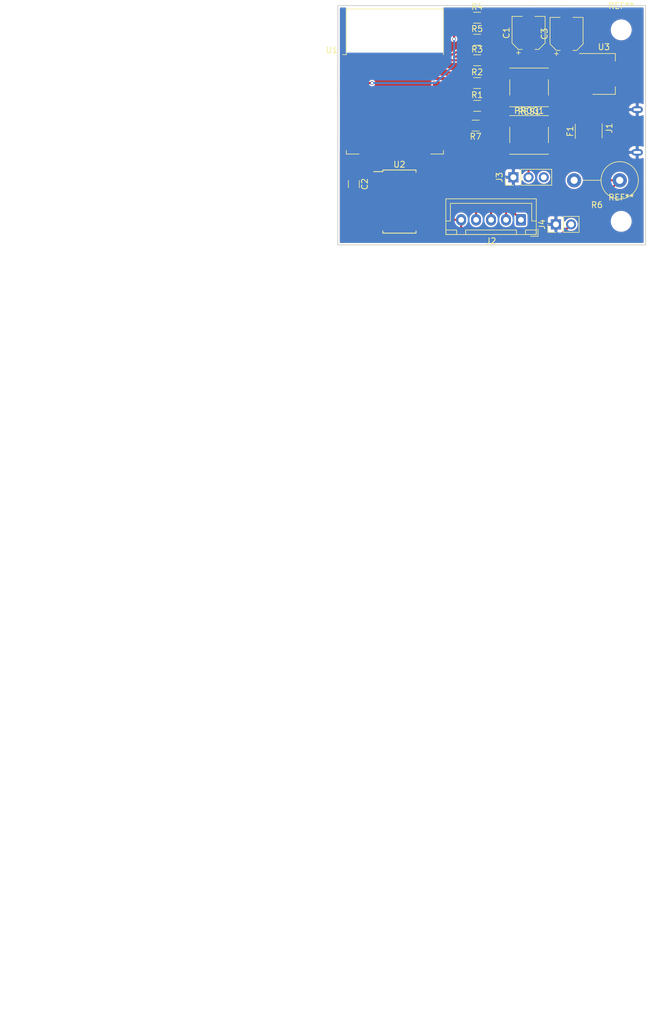
<source format=kicad_pcb>
(kicad_pcb (version 20171130) (host pcbnew "(5.1.2)-1")
  (layers (0 F.Cu signal) (31 B.Cu signal) (34 B.Paste user) (35 F.Paste user) (36 B.SilkS user) (37 F.SilkS user) (38 B.Mask user) (39 F.Mask user) (44 Edge.Cuts user))
  (net 0 "")
  (net 1 +5VD)
  (net 2 GNDD)
  (net 3 "Net-(F1-Pad1)")
  (net 4 +3V3)
  (net 5 "Net-(J2-Pad1)")
  (net 6 "Net-(J2-Pad2)")
  (net 7 "Net-(J2-Pad3)")
  (net 8 "Net-(J2-Pad4)")
  (net 9 "Net-(PROG1-Pad1)")
  (net 10 "Net-(R2-Pad1)")
  (net 11 "Net-(J3-Pad3)")
  (net 12 "Net-(R5-Pad1)")
  (net 13 "Net-(R4-Pad1)")
  (net 14 "Net-(U1-Pad4)")
  (net 15 "Net-(U1-Pad5)")
  (net 16 "Net-(U1-Pad6)")
  (net 17 "Net-(U1-Pad7)")
  (net 18 "Net-(U1-Pad12)")
  (net 19 "Net-(R7-Pad2)")
  (net 20 "Net-(R3-Pad1)")
  (net 21 "Net-(J4-Pad2)")
  (net 22 "Net-(R6-Pad2)")
  (net 23 "Net-(J3-Pad2)")
  (module MountingHole:MountingHole_3mm (layer F.Cu) (at 177.546 128.778)
    (fp_text reference REF** (at 0 -4) (layer F.SilkS))
    (fp_text value MountingHole_3mm)
    (pad 1 np_thru_hole circle (at 0 0) (size 3 3) (drill 3) (layers *.Cu *.Mask))
  )
  (module MountingHole:MountingHole_3mm (layer F.Cu) (at 177.546 96.774)
    (fp_text reference REF** (at 0 -4) (layer F.SilkS))
    (fp_text value MountingHole_3mm)
    (pad 1 np_thru_hole circle (at 0 0) (size 3 3) (drill 3) (layers *.Cu *.Mask))
  )
  (module RF_Module:ESP-12E (layer F.Cu) (at 139.7 105.41)
    (fp_text reference U1 (at -10.56 -5.26) (layer F.SilkS))
    (fp_text value ESP-12E)
    (fp_line (start -8.12 -12.12) (end 8.12 -12.12) (layer F.SilkS) (width 0.12))
    (fp_line (start 8.12 -12.12) (end 8.12 -4.5) (layer F.SilkS) (width 0.12))
    (fp_line (start 8.12 11.5) (end 8.12 12.12) (layer F.SilkS) (width 0.12))
    (fp_line (start 8.12 12.12) (end 6 12.12) (layer F.SilkS) (width 0.12))
    (fp_line (start -6 12.12) (end -8.12 12.12) (layer F.SilkS) (width 0.12))
    (fp_line (start -8.12 12.12) (end -8.12 11.5) (layer F.SilkS) (width 0.12))
    (fp_line (start -8.12 -4.5) (end -8.12 -12.12) (layer F.SilkS) (width 0.12))
    (fp_line (start -8.12 -4.5) (end -8.73 -4.5) (layer F.SilkS) (width 0.12))
    (pad 1 smd rect (at -7.6 -3.5) (size 2.5 1) (layers F.Cu F.Paste F.Mask) (net 12 "Net-(R5-Pad1)"))
    (pad 2 smd rect (at -7.6 -1.5) (size 2.5 1) (layers F.Cu F.Paste F.Mask))
    (pad 3 smd rect (at -7.6 0.5) (size 2.5 1) (layers F.Cu F.Paste F.Mask) (net 13 "Net-(R4-Pad1)"))
    (pad 4 smd rect (at -7.6 2.5) (size 2.5 1) (layers F.Cu F.Paste F.Mask) (net 14 "Net-(U1-Pad4)"))
    (pad 5 smd rect (at -7.6 4.5) (size 2.5 1) (layers F.Cu F.Paste F.Mask) (net 15 "Net-(U1-Pad5)"))
    (pad 6 smd rect (at -7.6 6.5) (size 2.5 1) (layers F.Cu F.Paste F.Mask) (net 16 "Net-(U1-Pad6)"))
    (pad 7 smd rect (at -7.6 8.5) (size 2.5 1) (layers F.Cu F.Paste F.Mask) (net 17 "Net-(U1-Pad7)"))
    (pad 8 smd rect (at -7.6 10.5) (size 2.5 1) (layers F.Cu F.Paste F.Mask) (net 4 +3V3))
    (pad 9 smd rect (at -5 12) (size 1 1.8) (layers F.Cu F.Paste F.Mask))
    (pad 10 smd rect (at -3 12) (size 1 1.8) (layers F.Cu F.Paste F.Mask))
    (pad 11 smd rect (at -1 12) (size 1 1.8) (layers F.Cu F.Paste F.Mask))
    (pad 12 smd rect (at 1 12) (size 1 1.8) (layers F.Cu F.Paste F.Mask) (net 18 "Net-(U1-Pad12)"))
    (pad 13 smd rect (at 3 12) (size 1 1.8) (layers F.Cu F.Paste F.Mask))
    (pad 14 smd rect (at 5 12) (size 1 1.8) (layers F.Cu F.Paste F.Mask))
    (pad 15 smd rect (at 7.6 10.5) (size 2.5 1) (layers F.Cu F.Paste F.Mask) (net 2 GNDD))
    (pad 16 smd rect (at 7.6 8.5) (size 2.5 1) (layers F.Cu F.Paste F.Mask) (net 19 "Net-(R7-Pad2)"))
    (pad 17 smd rect (at 7.6 6.5) (size 2.5 1) (layers F.Cu F.Paste F.Mask))
    (pad 18 smd rect (at 7.6 4.5) (size 2.5 1) (layers F.Cu F.Paste F.Mask) (net 9 "Net-(PROG1-Pad1)"))
    (pad 19 smd rect (at 7.6 2.5) (size 2.5 1) (layers F.Cu F.Paste F.Mask))
    (pad 20 smd rect (at 7.6 0.5) (size 2.5 1) (layers F.Cu F.Paste F.Mask))
    (pad 21 smd rect (at 7.6 -1.5) (size 2.5 1) (layers F.Cu F.Paste F.Mask) (net 10 "Net-(R2-Pad1)"))
    (pad 22 smd rect (at 7.6 -3.5) (size 2.5 1) (layers F.Cu F.Paste F.Mask) (net 20 "Net-(R3-Pad1)"))
  )
  (module Package_SO:SOIC-16W_5.3x10.2mm_P1.27mm (layer F.Cu) (at 140.462 125.476)
    (fp_text reference U2 (at 0 -6.2) (layer F.SilkS))
    (fp_text value ULN2003)
    (fp_line (start -2.775 -5.275) (end -2.775 -5) (layer F.SilkS) (width 0.15))
    (fp_line (start 2.775 -5.275) (end 2.775 -4.92) (layer F.SilkS) (width 0.15))
    (fp_line (start 2.775 5.275) (end 2.775 4.92) (layer F.SilkS) (width 0.15))
    (fp_line (start -2.775 5.275) (end -2.775 4.92) (layer F.SilkS) (width 0.15))
    (fp_line (start -2.775 -5.275) (end 2.775 -5.275) (layer F.SilkS) (width 0.15))
    (fp_line (start -2.775 5.275) (end 2.775 5.275) (layer F.SilkS) (width 0.15))
    (fp_line (start -2.775 -5) (end -4.3 -5) (layer F.SilkS) (width 0.15))
    (pad 1 smd rect (at -3.55 -4.445) (size 1.5 0.6) (layers F.Cu F.Paste F.Mask) (net 16 "Net-(U1-Pad6)"))
    (pad 2 smd rect (at -3.55 -3.175) (size 1.5 0.6) (layers F.Cu F.Paste F.Mask) (net 17 "Net-(U1-Pad7)"))
    (pad 3 smd rect (at -3.55 -1.905) (size 1.5 0.6) (layers F.Cu F.Paste F.Mask) (net 15 "Net-(U1-Pad5)"))
    (pad 4 smd rect (at -3.55 -0.635) (size 1.5 0.6) (layers F.Cu F.Paste F.Mask) (net 19 "Net-(R7-Pad2)"))
    (pad 5 smd rect (at -3.55 0.635) (size 1.5 0.6) (layers F.Cu F.Paste F.Mask) (net 14 "Net-(U1-Pad4)"))
    (pad 6 smd rect (at -3.55 1.905) (size 1.5 0.6) (layers F.Cu F.Paste F.Mask) (net 18 "Net-(U1-Pad12)"))
    (pad 7 smd rect (at -3.55 3.175) (size 1.5 0.6) (layers F.Cu F.Paste F.Mask))
    (pad 8 smd rect (at -3.55 4.445) (size 1.5 0.6) (layers F.Cu F.Paste F.Mask) (net 2 GNDD))
    (pad 9 smd rect (at 3.55 4.445) (size 1.5 0.6) (layers F.Cu F.Paste F.Mask) (net 1 +5VD))
    (pad 10 smd rect (at 3.55 3.175) (size 1.5 0.6) (layers F.Cu F.Paste F.Mask))
    (pad 11 smd rect (at 3.55 1.905) (size 1.5 0.6) (layers F.Cu F.Paste F.Mask) (net 21 "Net-(J4-Pad2)"))
    (pad 12 smd rect (at 3.55 0.635) (size 1.5 0.6) (layers F.Cu F.Paste F.Mask) (net 22 "Net-(R6-Pad2)"))
    (pad 13 smd rect (at 3.55 -0.635) (size 1.5 0.6) (layers F.Cu F.Paste F.Mask) (net 8 "Net-(J2-Pad4)"))
    (pad 14 smd rect (at 3.55 -1.905) (size 1.5 0.6) (layers F.Cu F.Paste F.Mask) (net 7 "Net-(J2-Pad3)"))
    (pad 15 smd rect (at 3.55 -3.175) (size 1.5 0.6) (layers F.Cu F.Paste F.Mask) (net 6 "Net-(J2-Pad2)"))
    (pad 16 smd rect (at 3.55 -4.445) (size 1.5 0.6) (layers F.Cu F.Paste F.Mask) (net 5 "Net-(J2-Pad1)"))
  )
  (module Connector_JST:JST_XH_B5B-XH-A_1x05_P2.50mm_Vertical (layer F.Cu) (at 160.782 128.524 180)
    (fp_text reference J2 (at 5 -3.55) (layer F.SilkS))
    (fp_text value "XH JST 800921")
    (fp_line (start -2.56 -2.46) (end -2.56 3.51) (layer F.SilkS) (width 0.12))
    (fp_line (start -2.56 3.51) (end 12.56 3.51) (layer F.SilkS) (width 0.12))
    (fp_line (start 12.56 3.51) (end 12.56 -2.46) (layer F.SilkS) (width 0.12))
    (fp_line (start 12.56 -2.46) (end -2.56 -2.46) (layer F.SilkS) (width 0.12))
    (fp_line (start 0.75 -2.45) (end 0.75 -1.7) (layer F.SilkS) (width 0.12))
    (fp_line (start 0.75 -1.7) (end 9.25 -1.7) (layer F.SilkS) (width 0.12))
    (fp_line (start 9.25 -1.7) (end 9.25 -2.45) (layer F.SilkS) (width 0.12))
    (fp_line (start 9.25 -2.45) (end 0.75 -2.45) (layer F.SilkS) (width 0.12))
    (fp_line (start -2.55 -2.45) (end -2.55 -1.7) (layer F.SilkS) (width 0.12))
    (fp_line (start -2.55 -1.7) (end -0.75 -1.7) (layer F.SilkS) (width 0.12))
    (fp_line (start -0.75 -1.7) (end -0.75 -2.45) (layer F.SilkS) (width 0.12))
    (fp_line (start -0.75 -2.45) (end -2.55 -2.45) (layer F.SilkS) (width 0.12))
    (fp_line (start 10.75 -2.45) (end 10.75 -1.7) (layer F.SilkS) (width 0.12))
    (fp_line (start 10.75 -1.7) (end 12.55 -1.7) (layer F.SilkS) (width 0.12))
    (fp_line (start 12.55 -1.7) (end 12.55 -2.45) (layer F.SilkS) (width 0.12))
    (fp_line (start 12.55 -2.45) (end 10.75 -2.45) (layer F.SilkS) (width 0.12))
    (fp_line (start -2.55 -0.2) (end -1.8 -0.2) (layer F.SilkS) (width 0.12))
    (fp_line (start -1.8 -0.2) (end -1.8 2.75) (layer F.SilkS) (width 0.12))
    (fp_line (start -1.8 2.75) (end 5 2.75) (layer F.SilkS) (width 0.12))
    (fp_line (start 12.55 -0.2) (end 11.8 -0.2) (layer F.SilkS) (width 0.12))
    (fp_line (start 11.8 -0.2) (end 11.8 2.75) (layer F.SilkS) (width 0.12))
    (fp_line (start 11.8 2.75) (end 5 2.75) (layer F.SilkS) (width 0.12))
    (fp_line (start -1.6 -2.75) (end -2.85 -2.75) (layer F.SilkS) (width 0.12))
    (fp_line (start -2.85 -2.75) (end -2.85 -1.5) (layer F.SilkS) (width 0.12))
    (pad 1 thru_hole roundrect (at 0 0 180) (size 1.7 1.95) (drill 0.95) (layers *.Cu *.Mask) (roundrect_rratio 0.147059) (net 5 "Net-(J2-Pad1)"))
    (pad 2 thru_hole oval (at 2.5 0 180) (size 1.7 1.95) (drill 0.95) (layers *.Cu *.Mask) (net 6 "Net-(J2-Pad2)"))
    (pad 3 thru_hole oval (at 5 0 180) (size 1.7 1.95) (drill 0.95) (layers *.Cu *.Mask) (net 7 "Net-(J2-Pad3)"))
    (pad 4 thru_hole oval (at 7.5 0 180) (size 1.7 1.95) (drill 0.95) (layers *.Cu *.Mask) (net 8 "Net-(J2-Pad4)"))
    (pad 5 thru_hole oval (at 10 0 180) (size 1.7 1.95) (drill 0.95) (layers *.Cu *.Mask) (net 1 +5VD))
  )
  (module lasse:Fuse_SMS-5.2x4.2mm (layer F.Cu) (at 172.085 113.705 90)
    (fp_text reference F1 (at -0.03 -3.08 270) (layer F.SilkS))
    (fp_text value Polyfuse)
    (fp_line (start -1.14 2.26) (end 1.26 2.26) (layer F.SilkS) (width 0.12))
    (fp_line (start -1.22 -2.22) (end 1.18 -2.22) (layer F.SilkS) (width 0.12))
    (pad 2 smd rect (at 2.5 0 90) (size 2.2 4.2) (layers F.Cu F.Paste F.Mask) (net 1 +5VD))
    (pad 1 smd rect (at -2.5 0 90) (size 2.2 4.2) (layers F.Cu F.Paste F.Mask) (net 3 "Net-(F1-Pad1)"))
  )
  (module lasse:USB_Micro-USB3135-30-A (layer F.Cu) (at 178.816 113.665 90)
    (fp_text reference J1 (at 0.46 -3.28 90) (layer F.SilkS))
    (fp_text value USB_OTG)
    (pad 6 thru_hole oval (at -3.58 1.4 90) (size 1.1 1.9) (drill oval 0.45 1.25) (layers *.Cu *.Mask) (net 2 GNDD))
    (pad 6 smd rect (at 0.95 1.4 90) (size 1.4 1.9) (layers F.Cu F.Paste F.Mask) (net 2 GNDD))
    (pad 6 thru_hole oval (at 3.56 1.4 90) (size 1.1 1.9) (drill oval 0.45 1.25) (layers *.Cu *.Mask) (net 2 GNDD))
    (pad 1 smd rect (at 1.29 -1.27 90) (size 0.45 1.38) (layers F.Cu F.Paste F.Mask) (net 3 "Net-(F1-Pad1)"))
    (pad 2 smd rect (at 0.64 -1.27 90) (size 0.45 1.38) (layers F.Cu F.Paste F.Mask))
    (pad 3 smd rect (at -0.01 -1.27 90) (size 0.45 1.38) (layers F.Cu F.Paste F.Mask))
    (pad 4 smd rect (at -0.66 -1.27 90) (size 0.45 1.38) (layers F.Cu F.Paste F.Mask))
    (pad 5 smd rect (at -1.32 -1.27 90) (size 0.45 1.38) (layers F.Cu F.Paste F.Mask) (net 2 GNDD))
    (pad 6 smd rect (at -0.96 1.4 90) (size 1.4 1.9) (layers F.Cu F.Paste F.Mask) (net 2 GNDD))
  )
  (module Connector_PinHeader_2.54mm:PinHeader_1x03_P2.54mm_Vertical (layer F.Cu) (at 159.512 121.412 90)
    (fp_text reference J3 (at 0 -2.33 90) (layer F.SilkS))
    (fp_text value Conn_01x03)
    (fp_line (start -1.33 6.41) (end 1.33 6.41) (layer F.SilkS) (width 0.12))
    (fp_line (start -1.33 1.27) (end -1.33 6.41) (layer F.SilkS) (width 0.12))
    (fp_line (start 1.33 1.27) (end 1.33 6.41) (layer F.SilkS) (width 0.12))
    (fp_line (start -1.33 1.27) (end 1.33 1.27) (layer F.SilkS) (width 0.12))
    (fp_line (start -1.33 0) (end -1.33 -1.33) (layer F.SilkS) (width 0.12))
    (fp_line (start -1.33 -1.33) (end 0 -1.33) (layer F.SilkS) (width 0.12))
    (pad 1 thru_hole rect (at 0 0 90) (size 1.7 1.7) (drill 1) (layers *.Cu *.Mask) (net 2 GNDD))
    (pad 2 thru_hole oval (at 0 2.54 90) (size 1.7 1.7) (drill 1) (layers *.Cu *.Mask) (net 23 "Net-(J3-Pad2)"))
    (pad 3 thru_hole oval (at 0 5.08 90) (size 1.7 1.7) (drill 1) (layers *.Cu *.Mask) (net 11 "Net-(J3-Pad3)"))
  )
  (module Connector_PinHeader_2.54mm:PinHeader_1x02_P2.54mm_Vertical (layer F.Cu) (at 166.624 129.286 90)
    (fp_text reference J4 (at 0 -2.33 90) (layer F.SilkS))
    (fp_text value Conn_01x02_Male)
    (fp_line (start -1.33 3.87) (end 1.33 3.87) (layer F.SilkS) (width 0.12))
    (fp_line (start -1.33 1.27) (end -1.33 3.87) (layer F.SilkS) (width 0.12))
    (fp_line (start 1.33 1.27) (end 1.33 3.87) (layer F.SilkS) (width 0.12))
    (fp_line (start -1.33 1.27) (end 1.33 1.27) (layer F.SilkS) (width 0.12))
    (fp_line (start -1.33 0) (end -1.33 -1.33) (layer F.SilkS) (width 0.12))
    (fp_line (start -1.33 -1.33) (end 0 -1.33) (layer F.SilkS) (width 0.12))
    (pad 1 thru_hole rect (at 0 0 90) (size 1.7 1.7) (drill 1) (layers *.Cu *.Mask) (net 2 GNDD))
    (pad 2 thru_hole oval (at 0 2.54 90) (size 1.7 1.7) (drill 1) (layers *.Cu *.Mask) (net 21 "Net-(J4-Pad2)"))
  )
  (module Resistor_SMD:R_1206_3216Metric_Pad1.42x1.75mm_HandSolder (layer F.Cu) (at 153.4525 109.474)
    (fp_text reference R1 (at 0 -1.82) (layer F.SilkS))
    (fp_text value 4K7)
    (fp_line (start -0.602064 -0.91) (end 0.602064 -0.91) (layer F.SilkS) (width 0.12))
    (fp_line (start -0.602064 0.91) (end 0.602064 0.91) (layer F.SilkS) (width 0.12))
    (pad 1 smd roundrect (at -1.4875 0) (size 1.425 1.75) (layers F.Cu F.Paste F.Mask) (roundrect_rratio 0.175439) (net 9 "Net-(PROG1-Pad1)"))
    (pad 2 smd roundrect (at 1.4875 0) (size 1.425 1.75) (layers F.Cu F.Paste F.Mask) (roundrect_rratio 0.175439) (net 4 +3V3))
  )
  (module Resistor_SMD:R_1206_3216Metric_Pad1.42x1.75mm_HandSolder (layer F.Cu) (at 153.4525 105.664)
    (fp_text reference R2 (at 0 -1.82) (layer F.SilkS))
    (fp_text value 680)
    (fp_line (start -0.602064 0.91) (end 0.602064 0.91) (layer F.SilkS) (width 0.12))
    (fp_line (start -0.602064 -0.91) (end 0.602064 -0.91) (layer F.SilkS) (width 0.12))
    (pad 2 smd roundrect (at 1.4875 0) (size 1.425 1.75) (layers F.Cu F.Paste F.Mask) (roundrect_rratio 0.175439) (net 11 "Net-(J3-Pad3)"))
    (pad 1 smd roundrect (at -1.4875 0) (size 1.425 1.75) (layers F.Cu F.Paste F.Mask) (roundrect_rratio 0.175439) (net 10 "Net-(R2-Pad1)"))
  )
  (module Resistor_SMD:R_1206_3216Metric_Pad1.42x1.75mm_HandSolder (layer F.Cu) (at 153.4525 101.854)
    (fp_text reference R3 (at 0 -1.82) (layer F.SilkS))
    (fp_text value 680)
    (fp_line (start -0.602064 -0.91) (end 0.602064 -0.91) (layer F.SilkS) (width 0.12))
    (fp_line (start -0.602064 0.91) (end 0.602064 0.91) (layer F.SilkS) (width 0.12))
    (pad 1 smd roundrect (at -1.4875 0) (size 1.425 1.75) (layers F.Cu F.Paste F.Mask) (roundrect_rratio 0.175439) (net 20 "Net-(R3-Pad1)"))
    (pad 2 smd roundrect (at 1.4875 0) (size 1.425 1.75) (layers F.Cu F.Paste F.Mask) (roundrect_rratio 0.175439) (net 23 "Net-(J3-Pad2)"))
  )
  (module Resistor_SMD:R_1206_3216Metric_Pad1.42x1.75mm_HandSolder (layer F.Cu) (at 153.4525 94.742)
    (fp_text reference R4 (at 0 -1.82) (layer F.SilkS))
    (fp_text value 4K7)
    (fp_line (start -0.602064 0.91) (end 0.602064 0.91) (layer F.SilkS) (width 0.12))
    (fp_line (start -0.602064 -0.91) (end 0.602064 -0.91) (layer F.SilkS) (width 0.12))
    (pad 2 smd roundrect (at 1.4875 0) (size 1.425 1.75) (layers F.Cu F.Paste F.Mask) (roundrect_rratio 0.175439) (net 4 +3V3))
    (pad 1 smd roundrect (at -1.4875 0) (size 1.425 1.75) (layers F.Cu F.Paste F.Mask) (roundrect_rratio 0.175439) (net 13 "Net-(R4-Pad1)"))
  )
  (module Resistor_SMD:R_1206_3216Metric_Pad1.42x1.75mm_HandSolder (layer F.Cu) (at 153.4525 98.425)
    (fp_text reference R5 (at 0 -1.82) (layer F.SilkS))
    (fp_text value 4K7)
    (fp_line (start -0.602064 -0.91) (end 0.602064 -0.91) (layer F.SilkS) (width 0.12))
    (fp_line (start -0.602064 0.91) (end 0.602064 0.91) (layer F.SilkS) (width 0.12))
    (pad 1 smd roundrect (at -1.4875 0) (size 1.425 1.75) (layers F.Cu F.Paste F.Mask) (roundrect_rratio 0.175439) (net 12 "Net-(R5-Pad1)"))
    (pad 2 smd roundrect (at 1.4875 0) (size 1.425 1.75) (layers F.Cu F.Paste F.Mask) (roundrect_rratio 0.175439) (net 4 +3V3))
  )
  (module Resistor_SMD:R_1206_3216Metric_Pad1.42x1.75mm_HandSolder (layer F.Cu) (at 153.1985 112.776 180)
    (fp_text reference R7 (at 0 -1.82) (layer F.SilkS))
    (fp_text value 4K7)
    (fp_line (start -0.602064 0.91) (end 0.602064 0.91) (layer F.SilkS) (width 0.12))
    (fp_line (start -0.602064 -0.91) (end 0.602064 -0.91) (layer F.SilkS) (width 0.12))
    (pad 2 smd roundrect (at 1.4875 0 180) (size 1.425 1.75) (layers F.Cu F.Paste F.Mask) (roundrect_rratio 0.175439) (net 19 "Net-(R7-Pad2)"))
    (pad 1 smd roundrect (at -1.4875 0 180) (size 1.425 1.75) (layers F.Cu F.Paste F.Mask) (roundrect_rratio 0.175439) (net 2 GNDD))
  )
  (module Capacitor_SMD:C_1206_3216Metric (layer F.Cu) (at 132.842 122.552 270)
    (fp_text reference C2 (at 0 -1.82 90) (layer F.SilkS))
    (fp_text value 100n)
    (fp_line (start -0.602064 -0.91) (end 0.602064 -0.91) (layer F.SilkS) (width 0.12))
    (fp_line (start -0.602064 0.91) (end 0.602064 0.91) (layer F.SilkS) (width 0.12))
    (pad 1 smd roundrect (at -1.4 0 270) (size 1.25 1.75) (layers F.Cu F.Paste F.Mask) (roundrect_rratio 0.2) (net 4 +3V3))
    (pad 2 smd roundrect (at 1.4 0 270) (size 1.25 1.75) (layers F.Cu F.Paste F.Mask) (roundrect_rratio 0.2) (net 2 GNDD))
  )
  (module Package_TO_SOT_SMD:SOT-223-3_TabPin2 (layer F.Cu) (at 174.65 104.14)
    (fp_text reference U3 (at 0 -4.5) (layer F.SilkS))
    (fp_text value LM1117-3.3)
    (fp_line (start 1.91 3.41) (end 1.91 2.15) (layer F.SilkS) (width 0.12))
    (fp_line (start 1.91 -3.41) (end 1.91 -2.15) (layer F.SilkS) (width 0.12))
    (fp_line (start -1.85 3.41) (end 1.91 3.41) (layer F.SilkS) (width 0.12))
    (fp_line (start -4.1 -3.41) (end 1.91 -3.41) (layer F.SilkS) (width 0.12))
    (pad 2 smd rect (at 3.15 0) (size 2 3.8) (layers F.Cu F.Paste F.Mask) (net 4 +3V3))
    (pad 2 smd rect (at -3.15 0) (size 2 1.5) (layers F.Cu F.Paste F.Mask) (net 4 +3V3))
    (pad 3 smd rect (at -3.15 2.3) (size 2 1.5) (layers F.Cu F.Paste F.Mask) (net 1 +5VD))
    (pad 1 smd rect (at -3.15 -2.3) (size 2 1.5) (layers F.Cu F.Paste F.Mask) (net 2 GNDD))
  )
  (module Capacitor_SMD:CP_Elec_5x3.9 (layer F.Cu) (at 162.052 97.282 90)
    (fp_text reference C1 (at 0 -3.7 90) (layer F.SilkS))
    (fp_text value 100u)
    (fp_line (start -3.3125 -1.9975) (end -3.3125 -1.3725) (layer F.SilkS) (width 0.12))
    (fp_line (start -3.625 -1.685) (end -3 -1.685) (layer F.SilkS) (width 0.12))
    (fp_line (start -2.76 1.695563) (end -1.695563 2.76) (layer F.SilkS) (width 0.12))
    (fp_line (start -2.76 -1.695563) (end -1.695563 -2.76) (layer F.SilkS) (width 0.12))
    (fp_line (start -2.76 -1.695563) (end -2.76 -1.06) (layer F.SilkS) (width 0.12))
    (fp_line (start -2.76 1.695563) (end -2.76 1.06) (layer F.SilkS) (width 0.12))
    (fp_line (start -1.695563 2.76) (end 2.76 2.76) (layer F.SilkS) (width 0.12))
    (fp_line (start -1.695563 -2.76) (end 2.76 -2.76) (layer F.SilkS) (width 0.12))
    (fp_line (start 2.76 -2.76) (end 2.76 -1.06) (layer F.SilkS) (width 0.12))
    (fp_line (start 2.76 2.76) (end 2.76 1.06) (layer F.SilkS) (width 0.12))
    (pad 2 smd roundrect (at 2.2 0 90) (size 3 1.6) (layers F.Cu F.Paste F.Mask) (roundrect_rratio 0.15625) (net 2 GNDD))
    (pad 1 smd roundrect (at -2.2 0 90) (size 3 1.6) (layers F.Cu F.Paste F.Mask) (roundrect_rratio 0.15625) (net 1 +5VD))
  )
  (module Capacitor_SMD:CP_Elec_5x3.9 (layer F.Cu) (at 168.402 97.45 90)
    (fp_text reference C3 (at 0 -3.7 90) (layer F.SilkS))
    (fp_text value 100u)
    (fp_line (start 2.76 2.76) (end 2.76 1.06) (layer F.SilkS) (width 0.12))
    (fp_line (start 2.76 -2.76) (end 2.76 -1.06) (layer F.SilkS) (width 0.12))
    (fp_line (start -1.695563 -2.76) (end 2.76 -2.76) (layer F.SilkS) (width 0.12))
    (fp_line (start -1.695563 2.76) (end 2.76 2.76) (layer F.SilkS) (width 0.12))
    (fp_line (start -2.76 1.695563) (end -2.76 1.06) (layer F.SilkS) (width 0.12))
    (fp_line (start -2.76 -1.695563) (end -2.76 -1.06) (layer F.SilkS) (width 0.12))
    (fp_line (start -2.76 -1.695563) (end -1.695563 -2.76) (layer F.SilkS) (width 0.12))
    (fp_line (start -2.76 1.695563) (end -1.695563 2.76) (layer F.SilkS) (width 0.12))
    (fp_line (start -3.625 -1.685) (end -3 -1.685) (layer F.SilkS) (width 0.12))
    (fp_line (start -3.3125 -1.9975) (end -3.3125 -1.3725) (layer F.SilkS) (width 0.12))
    (pad 1 smd roundrect (at -2.2 0 90) (size 3 1.6) (layers F.Cu F.Paste F.Mask) (roundrect_rratio 0.15625) (net 4 +3V3))
    (pad 2 smd roundrect (at 2.2 0 90) (size 3 1.6) (layers F.Cu F.Paste F.Mask) (roundrect_rratio 0.15625) (net 2 GNDD))
  )
  (module Button_Switch_SMD:SW_Push_1P1T_NO_6x6mm_H9.5mm (layer F.Cu) (at 162.141 114.336)
    (fp_text reference PROG1 (at 0 -4.05) (layer F.SilkS))
    (fp_text value SW_DIP_x01)
    (fp_line (start 3.23 -3.23) (end 3.23 -3.2) (layer F.SilkS) (width 0.12))
    (fp_line (start 3.23 3.23) (end 3.23 3.2) (layer F.SilkS) (width 0.12))
    (fp_line (start -3.23 3.23) (end -3.23 3.2) (layer F.SilkS) (width 0.12))
    (fp_line (start -3.23 -3.2) (end -3.23 -3.23) (layer F.SilkS) (width 0.12))
    (fp_line (start 3.23 -1.3) (end 3.23 1.3) (layer F.SilkS) (width 0.12))
    (fp_line (start -3.23 -3.23) (end 3.23 -3.23) (layer F.SilkS) (width 0.12))
    (fp_line (start -3.23 -1.3) (end -3.23 1.3) (layer F.SilkS) (width 0.12))
    (fp_line (start -3.23 3.23) (end 3.23 3.23) (layer F.SilkS) (width 0.12))
    (pad 2 smd rect (at -3.975 2.25) (size 1.55 1.3) (layers F.Cu F.Paste F.Mask) (net 2 GNDD))
    (pad 1 smd rect (at -3.975 -2.25) (size 1.55 1.3) (layers F.Cu F.Paste F.Mask) (net 9 "Net-(PROG1-Pad1)"))
    (pad 1 smd rect (at 3.975 -2.25) (size 1.55 1.3) (layers F.Cu F.Paste F.Mask) (net 9 "Net-(PROG1-Pad1)"))
    (pad 2 smd rect (at 3.975 2.25) (size 1.55 1.3) (layers F.Cu F.Paste F.Mask) (net 2 GNDD))
  )
  (module Button_Switch_SMD:SW_Push_1P1T_NO_6x6mm_H9.5mm (layer F.Cu) (at 162.141 106.39 180)
    (fp_text reference RES1 (at 0 -4.05) (layer F.SilkS))
    (fp_text value SW_DIP_x01)
    (fp_line (start -3.23 3.23) (end 3.23 3.23) (layer F.SilkS) (width 0.12))
    (fp_line (start -3.23 -1.3) (end -3.23 1.3) (layer F.SilkS) (width 0.12))
    (fp_line (start -3.23 -3.23) (end 3.23 -3.23) (layer F.SilkS) (width 0.12))
    (fp_line (start 3.23 -1.3) (end 3.23 1.3) (layer F.SilkS) (width 0.12))
    (fp_line (start -3.23 -3.2) (end -3.23 -3.23) (layer F.SilkS) (width 0.12))
    (fp_line (start -3.23 3.23) (end -3.23 3.2) (layer F.SilkS) (width 0.12))
    (fp_line (start 3.23 3.23) (end 3.23 3.2) (layer F.SilkS) (width 0.12))
    (fp_line (start 3.23 -3.23) (end 3.23 -3.2) (layer F.SilkS) (width 0.12))
    (pad 2 smd rect (at 3.975 2.25 180) (size 1.55 1.3) (layers F.Cu F.Paste F.Mask) (net 2 GNDD))
    (pad 1 smd rect (at 3.975 -2.25 180) (size 1.55 1.3) (layers F.Cu F.Paste F.Mask) (net 12 "Net-(R5-Pad1)"))
    (pad 1 smd rect (at -3.975 -2.25 180) (size 1.55 1.3) (layers F.Cu F.Paste F.Mask) (net 12 "Net-(R5-Pad1)"))
    (pad 2 smd rect (at -3.975 2.25 180) (size 1.55 1.3) (layers F.Cu F.Paste F.Mask) (net 2 GNDD))
  )
  (module Resistor_THT:R_Axial_DIN0617_L17.0mm_D6.0mm_P7.62mm_Vertical (layer F.Cu) (at 177.292 121.92 180)
    (fp_text reference R6 (at 3.81 -4.12) (layer F.SilkS))
    (fp_text value 39)
    (fp_circle (center 0 0) (end 3.12 0) (layer F.SilkS) (width 0.12))
    (fp_line (start 3.12 0) (end 6.12 0) (layer F.SilkS) (width 0.12))
    (pad 1 thru_hole circle (at 0 0 180) (size 2.4 2.4) (drill 1.2) (layers *.Cu *.Mask) (net 1 +5VD))
    (pad 2 thru_hole oval (at 7.62 0 180) (size 2.4 2.4) (drill 1.2) (layers *.Cu *.Mask) (net 22 "Net-(R6-Pad2)"))
  )
  (gr_line (start 181.61 132.715) (end 130.175 132.715) (angle 90) (layer Edge.Cuts) (width 0.15))
  (gr_line (start 130.175 132.715) (end 130.175 92.71) (angle 90) (layer Edge.Cuts) (width 0.15))
  (gr_line (start 181.61 92.71) (end 181.61 132.715) (angle 90) (layer Edge.Cuts) (width 0.15))
  (gr_line (start 130.175 92.71) (end 181.61 92.71) (angle 90) (layer Edge.Cuts) (width 0.15))
  (segment (start 172.085 107.025) (end 171.5 106.44) (width 0.35) (layer F.Cu) (net 1))
  (segment (start 172.085 111.205) (end 172.085 107.025) (width 0.35) (layer F.Cu) (net 1))
  (segment (start 162.052 103.124) (end 162.052 99.482) (width 0.35) (layer F.Cu) (net 1))
  (segment (start 165.354 106.426) (end 162.052 103.124) (width 0.35) (layer F.Cu) (net 1))
  (segment (start 170.136 106.426) (end 165.354 106.426) (width 0.35) (layer F.Cu) (net 1))
  (segment (start 171.5 106.44) (end 170.15 106.44) (width 0.35) (layer F.Cu) (net 1))
  (segment (start 170.15 106.44) (end 170.136 106.426) (width 0.35) (layer F.Cu) (net 1))
  (segment (start 175.594944 121.92) (end 172.800944 119.126) (width 0.35) (layer F.Cu) (net 1))
  (segment (start 177.292 121.92) (end 175.594944 121.92) (width 0.35) (layer F.Cu) (net 1))
  (segment (start 172.800944 119.126) (end 169.926 119.126) (width 0.35) (layer F.Cu) (net 1))
  (segment (start 169.926 119.126) (end 168.656 117.856) (width 0.35) (layer F.Cu) (net 1))
  (segment (start 171.085 111.205) (end 172.085 111.205) (width 0.35) (layer F.Cu) (net 1))
  (segment (start 168.656 113.634) (end 171.085 111.205) (width 0.35) (layer F.Cu) (net 1))
  (segment (start 168.656 117.856) (end 168.656 113.634) (width 0.35) (layer F.Cu) (net 1))
  (segment (start 148.185 129.921) (end 144.012 129.921) (width 0.35) (layer F.Cu) (net 1))
  (segment (start 150.782 128.524) (end 149.582 128.524) (width 0.35) (layer F.Cu) (net 1))
  (segment (start 149.582 128.524) (end 148.185 129.921) (width 0.35) (layer F.Cu) (net 1))
  (segment (start 150.782 129.849) (end 151.235 130.302) (width 0.35) (layer F.Cu) (net 1))
  (segment (start 150.782 128.524) (end 150.782 129.849) (width 0.35) (layer F.Cu) (net 1))
  (segment (start 151.235 130.302) (end 163.068 130.302) (width 0.35) (layer F.Cu) (net 1))
  (segment (start 163.068 130.302) (end 163.83 129.54) (width 0.35) (layer F.Cu) (net 1))
  (segment (start 163.83 129.54) (end 163.83 127.254) (width 0.35) (layer F.Cu) (net 1))
  (segment (start 163.83 127.254) (end 166.116 124.968) (width 0.35) (layer F.Cu) (net 1))
  (segment (start 174.244 124.968) (end 177.292 121.92) (width 0.35) (layer F.Cu) (net 1))
  (segment (start 166.116 124.968) (end 174.244 124.968) (width 0.35) (layer F.Cu) (net 1))
  (segment (start 173.085 116.205) (end 172.085 116.205) (width 0.35) (layer F.Cu) (net 3))
  (segment (start 175.768 112.923) (end 173.085 116.205) (width 0.35) (layer F.Cu) (net 3))
  (segment (start 177.546 112.375) (end 176.169 112.375) (width 0.35) (layer F.Cu) (net 3))
  (segment (start 176.169 112.375) (end 175.768 112.923) (width 0.35) (layer F.Cu) (net 3))
  (segment (start 154.94 95.717) (end 154.94 98.425) (width 0.35) (layer F.Cu) (net 4))
  (segment (start 154.94 94.742) (end 154.94 95.717) (width 0.35) (layer F.Cu) (net 4))
  (segment (start 167.53129 98.77929) (end 166.59729 98.77929) (width 0.35) (layer F.Cu) (net 4))
  (segment (start 168.402 99.65) (end 167.53129 98.77929) (width 0.35) (layer F.Cu) (net 4))
  (segment (start 155.711347 97.653653) (end 154.94 98.425) (width 0.35) (layer F.Cu) (net 4))
  (segment (start 155.75801 97.60699) (end 155.711347 97.653653) (width 0.35) (layer F.Cu) (net 4))
  (segment (start 165.42499 97.60699) (end 155.75801 97.60699) (width 0.35) (layer F.Cu) (net 4))
  (segment (start 166.59729 98.77929) (end 165.42499 97.60699) (width 0.35) (layer F.Cu) (net 4))
  (segment (start 168.402 101.25) (end 168.402 99.65) (width 0.35) (layer F.Cu) (net 4))
  (segment (start 168.402 102.392) (end 168.402 101.25) (width 0.35) (layer F.Cu) (net 4))
  (segment (start 170.15 104.14) (end 168.402 102.392) (width 0.35) (layer F.Cu) (net 4))
  (segment (start 171.5 104.14) (end 170.15 104.14) (width 0.35) (layer F.Cu) (net 4))
  (segment (start 176.45 104.14) (end 171.5 104.14) (width 0.35) (layer F.Cu) (net 4))
  (segment (start 177.8 104.14) (end 176.45 104.14) (width 0.35) (layer F.Cu) (net 4))
  (segment (start 132.1 120.41) (end 132.1 115.91) (width 0.35) (layer F.Cu) (net 4))
  (segment (start 132.842 121.152) (end 132.1 120.41) (width 0.35) (layer F.Cu) (net 4))
  (segment (start 153.289 121.031) (end 144.012 121.031) (width 0.35) (layer F.Cu) (net 5))
  (segment (start 160.782 128.524) (end 153.289 121.031) (width 0.35) (layer F.Cu) (net 5))
  (segment (start 153.384 122.301) (end 144.012 122.301) (width 0.35) (layer F.Cu) (net 6))
  (segment (start 158.282 128.524) (end 158.282 127.199) (width 0.35) (layer F.Cu) (net 6))
  (segment (start 158.282 127.199) (end 153.384 122.301) (width 0.35) (layer F.Cu) (net 6))
  (segment (start 152.154 123.571) (end 144.012 123.571) (width 0.35) (layer F.Cu) (net 7))
  (segment (start 155.782 128.524) (end 155.782 127.199) (width 0.35) (layer F.Cu) (net 7))
  (segment (start 155.782 127.199) (end 152.154 123.571) (width 0.35) (layer F.Cu) (net 7))
  (segment (start 150.924 124.841) (end 144.012 124.841) (width 0.35) (layer F.Cu) (net 8))
  (segment (start 153.282 128.524) (end 153.282 127.199) (width 0.35) (layer F.Cu) (net 8))
  (segment (start 153.282 127.199) (end 150.924 124.841) (width 0.35) (layer F.Cu) (net 8))
  (segment (start 147.736 109.474) (end 147.3 109.91) (width 0.35) (layer F.Cu) (net 9))
  (segment (start 151.965 109.474) (end 147.736 109.474) (width 0.35) (layer F.Cu) (net 9))
  (segment (start 157.041 112.086) (end 156.207 111.252) (width 0.35) (layer F.Cu) (net 9))
  (segment (start 158.166 112.086) (end 157.041 112.086) (width 0.35) (layer F.Cu) (net 9))
  (segment (start 156.207 111.252) (end 153.162 111.252) (width 0.35) (layer F.Cu) (net 9))
  (segment (start 153.162 110.671) (end 151.965 109.474) (width 0.35) (layer F.Cu) (net 9))
  (segment (start 153.162 111.252) (end 153.162 110.671) (width 0.35) (layer F.Cu) (net 9))
  (segment (start 148.9 103.91) (end 147.3 103.91) (width 0.35) (layer F.Cu) (net 10))
  (segment (start 149.3985 103.91) (end 148.9 103.91) (width 0.35) (layer F.Cu) (net 10))
  (segment (start 151.1525 105.664) (end 149.3985 103.91) (width 0.35) (layer F.Cu) (net 10))
  (segment (start 151.965 105.664) (end 151.1525 105.664) (width 0.35) (layer F.Cu) (net 10))
  (segment (start 133.7 101.91) (end 132.1 101.91) (width 0.35) (layer F.Cu) (net 12))
  (segment (start 151.765 99.6286) (end 149.86 100.584) (width 0.35) (layer F.Cu) (net 12))
  (segment (start 149.86 100.584) (end 148.907002 101.092) (width 0.35) (layer F.Cu) (net 12))
  (segment (start 148.907002 101.092) (end 148.850001 101.034999) (width 0.35) (layer F.Cu) (net 12))
  (segment (start 151.765 98.425) (end 151.765 99.6286) (width 0.35) (layer F.Cu) (net 12))
  (segment (start 148.850001 101.034999) (end 134.575001 101.034999) (width 0.35) (layer F.Cu) (net 12))
  (segment (start 134.575001 101.034999) (end 133.7 101.91) (width 0.35) (layer F.Cu) (net 12))
  (segment (start 158.166 107.64) (end 160.782 105.024) (width 0.35) (layer F.Cu) (net 12))
  (segment (start 158.166 108.64) (end 158.166 107.64) (width 0.35) (layer F.Cu) (net 12))
  (segment (start 160.782 105.024) (end 160.782 102.87) (width 0.35) (layer F.Cu) (net 12))
  (segment (start 160.782 102.87) (end 157.988 100.076) (width 0.35) (layer F.Cu) (net 12))
  (segment (start 153.616 100.076) (end 151.965 98.425) (width 0.35) (layer F.Cu) (net 12))
  (segment (start 157.988 100.076) (end 153.616 100.076) (width 0.35) (layer F.Cu) (net 12))
  (via (at 149.606 98.298) (size 0.6) (drill 0.4) (layers F.Cu B.Cu) (net 13))
  (segment (start 151.765 95.25) (end 149.606 97.409) (width 0.35) (layer F.Cu) (net 13))
  (segment (start 149.606 97.409) (end 149.606 98.298) (width 0.35) (layer F.Cu) (net 13))
  (segment (start 149.606 98.298) (end 149.606 102.616) (width 0.35) (layer B.Cu) (net 13))
  (via (at 135.89 105.664) (size 0.6) (drill 0.4) (layers F.Cu B.Cu) (net 13))
  (segment (start 149.606 102.616) (end 146.558 105.664) (width 0.35) (layer B.Cu) (net 13))
  (segment (start 146.558 105.664) (end 135.89 105.664) (width 0.35) (layer B.Cu) (net 13))
  (segment (start 132.346 105.664) (end 132.1 105.91) (width 0.35) (layer F.Cu) (net 13))
  (segment (start 135.89 105.664) (end 132.346 105.664) (width 0.35) (layer F.Cu) (net 13))
  (segment (start 139.573 126.111) (end 136.912 126.111) (width 0.35) (layer F.Cu) (net 14))
  (segment (start 133.7 107.91) (end 133.74 107.95) (width 0.35) (layer F.Cu) (net 14))
  (segment (start 132.1 107.91) (end 133.7 107.91) (width 0.35) (layer F.Cu) (net 14))
  (segment (start 133.74 107.95) (end 139.7 107.95) (width 0.35) (layer F.Cu) (net 14))
  (segment (start 139.7 107.95) (end 141.824999 110.074999) (width 0.35) (layer F.Cu) (net 14))
  (segment (start 141.824999 110.074999) (end 141.824999 123.859001) (width 0.35) (layer F.Cu) (net 14))
  (segment (start 141.824999 123.859001) (end 139.573 126.111) (width 0.35) (layer F.Cu) (net 14))
  (segment (start 133.7 109.91) (end 133.882 109.728) (width 0.35) (layer F.Cu) (net 15))
  (segment (start 132.1 109.91) (end 133.7 109.91) (width 0.35) (layer F.Cu) (net 15))
  (segment (start 133.882 109.728) (end 138.176 109.728) (width 0.35) (layer F.Cu) (net 15))
  (segment (start 138.176 109.728) (end 139.7 111.252) (width 0.35) (layer F.Cu) (net 15))
  (segment (start 139.7 111.252) (end 139.7 122.936) (width 0.35) (layer F.Cu) (net 15))
  (segment (start 139.065 123.571) (end 136.912 123.571) (width 0.35) (layer F.Cu) (net 15))
  (segment (start 139.7 122.936) (end 139.065 123.571) (width 0.35) (layer F.Cu) (net 15))
  (segment (start 136.912 120.381) (end 136.912 121.031) (width 0.35) (layer F.Cu) (net 16))
  (segment (start 137.659 119.634) (end 136.912 120.381) (width 0.35) (layer F.Cu) (net 16))
  (segment (start 137.668 119.634) (end 137.659 119.634) (width 0.35) (layer F.Cu) (net 16))
  (segment (start 137.668 112.522) (end 137.668 119.634) (width 0.35) (layer F.Cu) (net 16))
  (segment (start 137.056 111.91) (end 137.668 112.522) (width 0.35) (layer F.Cu) (net 16))
  (segment (start 132.1 111.91) (end 137.056 111.91) (width 0.35) (layer F.Cu) (net 16))
  (segment (start 135.509 122.301) (end 136.912 122.301) (width 0.35) (layer F.Cu) (net 17))
  (segment (start 135.128 121.92) (end 135.509 122.301) (width 0.35) (layer F.Cu) (net 17))
  (segment (start 135.128 119.634) (end 135.128 121.92) (width 0.35) (layer F.Cu) (net 17))
  (segment (start 133.7 113.91) (end 133.818 113.792) (width 0.35) (layer F.Cu) (net 17))
  (segment (start 132.1 113.91) (end 133.7 113.91) (width 0.35) (layer F.Cu) (net 17))
  (segment (start 135.128 113.792) (end 135.824999 114.488999) (width 0.35) (layer F.Cu) (net 17))
  (segment (start 135.824999 114.488999) (end 135.824999 118.937001) (width 0.35) (layer F.Cu) (net 17))
  (segment (start 133.818 113.792) (end 135.128 113.792) (width 0.35) (layer F.Cu) (net 17))
  (segment (start 135.824999 118.937001) (end 135.128 119.634) (width 0.35) (layer F.Cu) (net 17))
  (segment (start 148.9 113.91) (end 147.3 113.91) (width 0.35) (layer F.Cu) (net 19))
  (segment (start 149.7645 113.91) (end 148.9 113.91) (width 0.35) (layer F.Cu) (net 19))
  (segment (start 150.8985 112.776) (end 149.7645 113.91) (width 0.35) (layer F.Cu) (net 19))
  (segment (start 151.711 112.776) (end 150.8985 112.776) (width 0.35) (layer F.Cu) (net 19))
  (segment (start 147.356 101.854) (end 147.3 101.91) (width 0.35) (layer F.Cu) (net 20))
  (segment (start 151.965 101.854) (end 147.356 101.854) (width 0.35) (layer F.Cu) (net 20))
  (segment (start 142.367 127.381) (end 144.012 127.381) (width 0.35) (layer F.Cu) (net 21))
  (segment (start 141.732 128.016) (end 142.367 127.381) (width 0.35) (layer F.Cu) (net 21))
  (segment (start 141.732 129.794) (end 141.732 128.016) (width 0.35) (layer F.Cu) (net 21))
  (segment (start 143.002 131.064) (end 141.732 129.794) (width 0.35) (layer F.Cu) (net 21))
  (segment (start 169.164 129.286) (end 167.386 131.064) (width 0.35) (layer F.Cu) (net 21))
  (segment (start 167.386 131.064) (end 143.002 131.064) (width 0.35) (layer F.Cu) (net 21))
  (segment (start 156.718 103.632) (end 154.94 101.854) (width 0.35) (layer F.Cu) (net 23))
  (segment (start 162.052 111.76) (end 160.782 110.49) (width 0.35) (layer F.Cu) (net 23))
  (segment (start 162.052 121.412) (end 162.052 111.76) (width 0.35) (layer F.Cu) (net 23))
  (segment (start 160.782 110.49) (end 157.226 110.49) (width 0.35) (layer F.Cu) (net 23))
  (segment (start 157.226 110.236) (end 156.718 109.728) (width 0.35) (layer F.Cu) (net 23))
  (segment (start 157.226 110.49) (end 157.226 110.236) (width 0.35) (layer F.Cu) (net 23))
  (segment (start 156.718 109.728) (end 156.718 103.632) (width 0.35) (layer F.Cu) (net 23))
  (zone (net 2) (net_name GNDD) (layer F.Cu) (connect_pads (clearance 0.25)) (min_thickness 0.254) (fill yes (mode segment) (arc_segments 16) (thermal_gap 0.508) (thermal_bridge_width 0.508))
    (polygon (pts (xy 181.61 92.71) (xy 130.175 92.71) (xy 130.175 132.715) (xy 181.61 132.715)))
  )
  (zone (net 0) (net_name "") (layers F&B.Cu) (connect_pads (clearance 0.25)) (min_thickness 0.254)
    (keepout (tracks not_allowed) (vias not_allowed) (copperpour not_allowed))
    (fill (arc_segments 32) (thermal_gap 0.508) (thermal_bridge_width 0.508))
    (polygon (pts (xy 131.572 93.218) (xy 147.828 93.218) (xy 147.828 100.584) (xy 131.572 100.584)))
  )
  (zone (net 2) (net_name GNDD) (layer B.Cu) (connect_pads (clearance 0.25)) (min_thickness 0.254) (fill yes (arc_segments 32) (thermal_gap 0.508) (thermal_bridge_width 0.508))
    (polygon (pts (xy 130.302 92.71) (xy 181.61 92.71) (xy 181.61 132.588) (xy 130.302 132.588)))
  )
)
</source>
